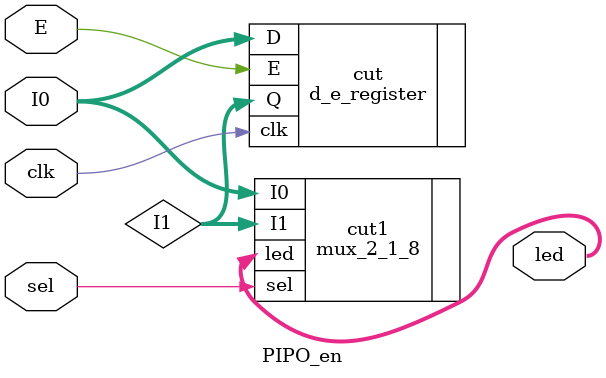
<source format=v>
`timescale 1ns / 1ps


module PIPO_en(
    input [7:0] I0,
    input E, 
    input clk, 
    input sel,  
    output [7:0] led
    );
    
    wire [7:0] I1;
    
    d_e_register cut(.D(I0), .E(E), .clk(clk), .Q(I1));
    
    mux_2_1_8 cut1(.I0(I0), .I1(I1), .sel(sel), .led(led));
    
    
endmodule

</source>
